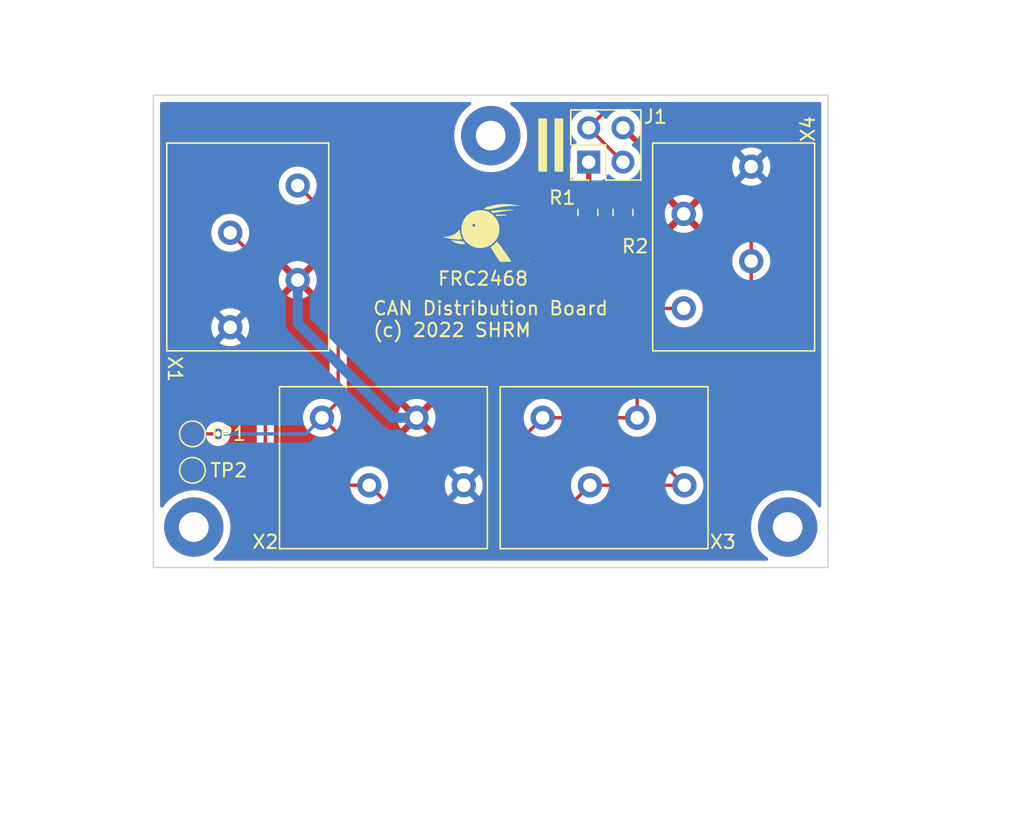
<source format=kicad_pcb>
(kicad_pcb (version 20211014) (generator pcbnew)
  (layers (0 "F.Cu" signal) (31 "B.Cu" signal) (34 "B.Paste" user) (35 "F.Paste" user) (36 "B.SilkS" user "B.Silkscreen") (37 "F.SilkS" user "F.Silkscreen") (38 "B.Mask" user) (39 "F.Mask" user) (44 "Edge.Cuts" user))
  (net 0 "")
  (net 1 "Net-(J1-Pad1)")
  (net 2 "/CAN_L")
  (net 3 "Net-(J1-Pad4)")
  (net 4 "GND")
  (net 5 "/CAN_H")
  (net 6 "+BATT")
  (footprint "Resistor_SMD:R_0805_2012Metric" (layer "F.Cu") (at 126.2 93.8 90)
    (fp_text reference "R1" (at 1.1 -1.9 180) (layer "F.SilkS"))
    (fp_text value "120" hide)
    (fp_line (start -0.227064 0.735) (end 0.227064 0.735) (layer "F.SilkS") (width 0.12))
    (fp_line (start -0.227064 -0.735) (end 0.227064 -0.735) (layer "F.SilkS") (width 0.12))
    (pad "1" smd roundrect (at -0.9125 0 90) (size 1.025 1.4) (layers "F.Cu" "F.Paste" "F.Mask") (roundrect_rratio 0.243902439) (net 5 "/CAN_H"))
    (pad "2" smd roundrect (at 0.9125 0 90) (size 1.025 1.4) (layers "F.Cu" "F.Paste" "F.Mask") (roundrect_rratio 0.243902439) (net 1 "Net-(J1-Pad1)"))
  )
  (footprint "Appreciate:WAGO 250-204" (layer "F.Cu") (at 121.15 118.705)
    (fp_text reference "X3" (at 15.05 -0.505 unlocked) (layer "F.SilkS"))
    (fp_text value "WAGO_250-204" hide)
    (fp_rect (start -1.45 0) (end 13.95 -12) (layer "F.SilkS") (width 0.12) (fill none))
    (pad "1" thru_hole circle (at 1.7 -9.7) (size 1.8 1.8) (drill 1) (layers *.Cu *.Mask) (net 5 "/CAN_H"))
    (pad "2" thru_hole circle (at 5.2 -4.7) (size 1.8 1.8) (drill 1) (layers *.Cu *.Mask) (net 2 "/CAN_L"))
    (pad "3" thru_hole circle (at 8.7 -9.7) (size 1.8 1.8) (drill 1) (layers *.Cu *.Mask) (net 5 "/CAN_H"))
    (pad "4" thru_hole circle (at 12.2 -4.7) (size 1.8 1.8) (drill 1) (layers *.Cu *.Mask) (net 2 "/CAN_L"))
  )
  (footprint "Appreciate:WAGO 250-204" (layer "F.Cu") (at 104.8 118.705)
    (fp_text reference "X2" (at -2.5 -0.505 unlocked) (layer "F.SilkS"))
    (fp_text value "WAGO_250-204" hide)
    (fp_rect (start -1.45 0) (end 13.95 -12) (layer "F.SilkS") (width 0.12) (fill none))
    (pad "1" thru_hole circle (at 1.7 -9.7) (size 1.8 1.8) (drill 1) (layers *.Cu *.Mask) (net 5 "/CAN_H"))
    (pad "2" thru_hole circle (at 5.2 -4.7) (size 1.8 1.8) (drill 1) (layers *.Cu *.Mask) (net 2 "/CAN_L"))
    (pad "3" thru_hole circle (at 8.7 -9.7) (size 1.8 1.8) (drill 1) (layers *.Cu *.Mask) (net 6 "+BATT"))
    (pad "4" thru_hole circle (at 12.2 -4.7) (size 1.8 1.8) (drill 1) (layers *.Cu *.Mask) (net 4 "GND"))
  )
  (footprint "Appreciate:WAGO 250-204" (layer "F.Cu") (at 95 90.1 -90)
    (fp_text reference "X1" (at 15.3 -0.6 -90 unlocked) (layer "F.SilkS"))
    (fp_text value "WAGO_250-204" hide)
    (fp_rect (start -1.45 0) (end 13.95 -12) (layer "F.SilkS") (width 0.12) (fill none))
    (pad "1" thru_hole circle (at 1.7 -9.7 270) (size 1.8 1.8) (drill 1) (layers *.Cu *.Mask) (net 5 "/CAN_H"))
    (pad "2" thru_hole circle (at 5.2 -4.7 270) (size 1.8 1.8) (drill 1) (layers *.Cu *.Mask) (net 2 "/CAN_L"))
    (pad "3" thru_hole circle (at 8.7 -9.7 270) (size 1.8 1.8) (drill 1) (layers *.Cu *.Mask) (net 6 "+BATT"))
    (pad "4" thru_hole circle (at 12.2 -4.7 270) (size 1.8 1.8) (drill 1) (layers *.Cu *.Mask) (net 4 "GND"))
  )
  (footprint "LOGO" (layer "F.Cu") (at 118.6 95.2)
    (fp_text reference "G***" hide)
    (fp_text value "LOGO" hide)
    (fp_poly (pts (xy 1.913529 -1.612956) (xy 2.027994 -1.608028) (xy 2.095237 -1.598176) (xy 2.10874 -1.585518) (xy 2.068515 -1.567943) (xy 1.985846 -1.556428) (xy 1.915173 -1.553808) (xy 1.783659 -1.547239) (xy 1.603859 -1.528767) (xy 1.389396 -1.500244) (xy 1.153894 -1.463519) (xy 0.910978 -1.420444) (xy 0.855456 -1.409827) (xy 0.721232 -1.384099) (xy 0.633459 -1.370926) (xy 0.576174 -1.371583) (xy 0.533419 -1.387349) (xy 0.489233 -1.419501) (xy 0.462668 -1.44126) (xy 0.370405 -1.516694) (xy 0.510234 -1.533172) (xy 0.715192 -1.554849) (xy 0.932945 -1.573567) (xy 1.154917 -1.589047) (xy 1.372535 -1.601006) (xy 1.577225 -1.609165) (xy 1.760414 -1.613242)) (layer "F.SilkS") (width 0) (fill solid))
    (fp_poly (pts (xy -2.457553 0.652201) (xy -2.387091 0.663295) (xy -2.270955 0.675428) (xy -2.126832 0.68694) (xy -2.009205 0.694266) (xy -1.853049 0.703776) (xy -1.746381 0.71433) (xy -1.675307 0.729251) (xy -1.625933 0.75186) (xy -1.584368 0.785478) (xy -1.570379 0.799171) (xy -1.520224 0.86201) (xy -1.502998 0.910599) (xy -1.505305 0.918085) (xy -1.54761 0.936206) (xy -1.634964 0.945402) (xy -1.74955 0.945105) (xy -1.87355 0.93475) (xy -1.902621 0.930722) (xy -2.078791 0.892148) (xy -2.246978 0.834097) (xy -2.385556 0.764848) (xy -2.442371 0.724087) (xy -2.552684 0.629352)) (layer "F.SilkS") (width 0) (fill solid))
    (fp_poly (pts (xy 1.173233 -1.252933) (xy 1.31073 -1.247596) (xy 1.431621 -1.238651) (xy 1.519947 -1.226466) (xy 1.558521 -1.212921) (xy 1.569023 -1.190641) (xy 1.538199 -1.178305) (xy 1.456856 -1.173453) (xy 1.409526 -1.173058) (xy 1.269146 -1.169573) (xy 1.109184 -1.160852) (xy 1.011253 -1.153033) (xy 0.880632 -1.145606) (xy 0.804317 -1.15397) (xy 0.778178 -1.171223) (xy 0.76954 -1.218598) (xy 0.776355 -1.230886) (xy 0.820691 -1.243641) (xy 0.912254 -1.251322) (xy 1.035088 -1.254298)) (layer "F.SilkS") (width 0) (fill solid))
    (fp_poly (pts (xy -0.174329 -1.565625) (xy 0.092865 -1.505977) (xy 0.338788 -1.400343) (xy 0.550834 -1.250438) (xy 0.560158 -1.241962) (xy 0.769832 -1.009562) (xy 0.92166 -0.753375) (xy 1.014415 -0.477375) (xy 1.046871 -0.185536) (xy 1.017802 0.118168) (xy 1.002047 0.190262) (xy 0.908848 0.447122) (xy 0.764851 0.676312) (xy 0.578424 0.872996) (xy 0.357936 1.032337) (xy 0.111758 1.149496) (xy -0.151741 1.219637) (xy -0.424193 1.237923) (xy -0.697227 1.199516) (xy -0.729338 1.19095) (xy -1.024576 1.07954) (xy -1.273816 0.925399) (xy -1.475151 0.73102) (xy -1.626672 0.498897) (xy -1.726471 0.231521) (xy -1.772638 -0.068613) (xy -1.77578 -0.176069) (xy -1.745777 -0.469817) (xy -1.742358 -0.480644) (xy -0.972056 -0.480644) (xy -0.965159 -0.416207) (xy -0.953516 -0.399037) (xy -0.893254 -0.356969) (xy -0.856179 -0.348814) (xy -0.790577 -0.371688) (xy -0.758842 -0.399037) (xy -0.737006 -0.463426) (xy -0.765568 -0.521108) (xy -0.832697 -0.553139) (xy -0.856179 -0.554931) (xy -0.931786 -0.533202) (xy -0.972056 -0.480644) (xy -1.742358 -0.480644) (xy -1.658908 -0.744942) (xy -1.519881 -0.993923) (xy -1.333405 -1.209237) (xy -1.104187 -1.383361) (xy -0.977475 -1.451471) (xy -0.722106 -1.54009) (xy -0.450188 -1.577569)) (layer "F.SilkS") (width 0) (fill solid))
    (fp_poly (pts (xy 1.627634 -2.02484) (xy 1.949354 -2.004754) (xy 2.228638 -1.968782) (xy 2.36816 -1.944348) (xy 2.482738 -1.922503) (xy 2.559029 -1.905904) (xy 2.583677 -1.898054) (xy 2.561392 -1.893352) (xy 2.490418 -1.893076) (xy 2.385332 -1.897221) (xy 2.368648 -1.898158) (xy 2.126491 -1.901289) (xy 1.840713 -1.886985) (xy 1.528084 -1.857171) (xy 1.205376 -1.813773) (xy 0.889361 -1.758717) (xy 0.602497 -1.695351) (xy 0.488544 -1.667613) (xy 0.386995 -1.644032) (xy 0.343833 -1.634676) (xy 0.264235 -1.615959) (xy 0.216991 -1.601841) (xy 0.155679 -1.603951) (xy 0.126842 -1.617076) (xy 0.059482 -1.640975) (xy -0.006056 -1.648453) (xy -0.085112 -1.656603) (xy -0.108825 -1.678049) (xy -0.083236 -1.710144) (xy -0.014384 -1.750238) (xy 0.09169 -1.795684) (xy 0.228945 -1.843833) (xy 0.391341 -1.892037) (xy 0.572838 -1.937646) (xy 0.729003 -1.970734) (xy 0.996295 -2.007858) (xy 1.302893 -2.025884)) (layer "F.SilkS") (width 0) (fill solid))
    (fp_poly (pts (xy 0.88727 0.753121) (xy 0.908075 0.804896) (xy 0.943384 0.850559) (xy 1.029779 0.944312) (xy 1.114021 1.044918) (xy 1.204288 1.163249) (xy 1.30876 1.310174) (xy 1.435617 1.496563) (xy 1.484506 1.569663) (xy 1.58425 1.717382) (xy 1.673212 1.845563) (xy 1.744981 1.945253) (xy 1.793145 2.007493) (xy 1.809833 2.024178) (xy 1.83729 2.060575) (xy 1.839201 2.075789) (xy 1.861461 2.12897) (xy 1.886767 2.156305) (xy 1.92663 2.20208) (xy 1.934333 2.223608) (xy 1.90457 2.233803) (xy 1.823057 2.242178) (xy 1.701453 2.247988) (xy 1.551418 2.250484) (xy 1.51417 2.250512) (xy 1.094008 2.249587) (xy 0.951311 2.054533) (xy 0.880561 1.956296) (xy 0.824738 1.875959) (xy 0.794465 1.828861) (xy 0.792759 1.825557) (xy 0.767178 1.780665) (xy 0.719805 1.704357) (xy 0.689701 1.657497) (xy 0.639685 1.577327) (xy 0.608141 1.520543) (xy 0.602497 1.505589) (xy 0.585915 1.471465) (xy 0.546065 1.408532) (xy 0.497788 1.338676) (xy 0.455929 1.283778) (xy 0.441632 1.268415) (xy 0.416051 1.227929) (xy 0.403751 1.19905) (xy 0.407925 1.154888) (xy 0.458598 1.105243) (xy 0.522017 1.06468) (xy 0.6266 0.989783) (xy 0.732759 0.89313) (xy 0.773323 0.848651) (xy 0.834204 0.782378) (xy 0.875588 0.749448)) (layer "F.SilkS") (width 0) (fill solid))
    (fp_poly (pts (xy -1.906157 -0.098666) (xy -1.885249 -0.028186) (xy -1.87277 0.063709) (xy -1.871344 0.101983) (xy -1.858463 0.192614) (xy -1.828031 0.290934) (xy -1.827487 0.292245) (xy -1.785926 0.399236) (xy -1.750966 0.499438) (xy -1.717868 0.602497) (xy -2.008434 0.598086) (xy -2.176494 0.591105) (xy -2.356311 0.576657) (xy -2.513431 0.557623) (xy -2.536829 0.553901) (xy -2.729325 0.518702) (xy -2.890939 0.483219) (xy -3.013264 0.449697) (xy -3.087896 0.420384) (xy -3.107615 0.401338) (xy -3.084404 0.386211) (xy -3.062099 0.391205) (xy -2.979933 0.40082) (xy -2.859948 0.387959) (xy -2.716752 0.357283) (xy -2.564952 0.31345) (xy -2.419157 0.26112) (xy -2.293974 0.204953) (xy -2.204013 0.149606) (xy -2.165572 0.105254) (xy -2.129058 0.066853) (xy -2.113274 0.06333) (xy -2.073096 0.039155) (xy -2.021648 -0.02008) (xy -2.013608 -0.03171) (xy -1.966747 -0.09437) (xy -1.933387 -0.125873) (xy -1.930102 -0.12675)) (layer "F.SilkS") (width 0) (fill solid))
    (fp_poly (pts (xy 3.234457 2.220721) (xy 3.208758 2.247976) (xy 3.186892 2.251436) (xy 3.144584 2.244651) (xy 3.139326 2.238973) (xy 3.164122 2.218526) (xy 3.186892 2.208258) (xy 3.227724 2.207599)) (layer "F.SilkS") (width 0) (fill solid))
  )
  (footprint "Appreciate:WAGO 250-204" (layer "F.Cu") (at 143 102.6 90)
    (fp_text reference "X4" (at 15 -0.5 90 unlocked) (layer "F.SilkS"))
    (fp_text value "WAGO_250-204" hide)
    (fp_rect (start -1.45 0) (end 13.95 -12) (layer "F.SilkS") (width 0.12) (fill none))
    (pad "1" thru_hole circle (at 1.7 -9.7 90) (size 1.8 1.8) (drill 1) (layers *.Cu *.Mask) (net 5 "/CAN_H"))
    (pad "2" thru_hole circle (at 5.2 -4.7 90) (size 1.8 1.8) (drill 1) (layers *.Cu *.Mask) (net 2 "/CAN_L"))
    (pad "3" thru_hole circle (at 8.7 -9.7 90) (size 1.8 1.8) (drill 1) (layers *.Cu *.Mask) (net 6 "+BATT"))
    (pad "4" thru_hole circle (at 12.2 -4.7 90) (size 1.8 1.8) (drill 1) (layers *.Cu *.Mask) (net 4 "GND"))
  )
  (footprint "TestPoint:TestPoint_Pad_D1.5mm" (layer "F.Cu") (at 96.9 110.2 -90)
    (fp_text reference "TP1" (at 0 -2.6 180) (layer "F.SilkS"))
    (fp_text value "H")
    (fp_circle (center 0 0) (end 0 0.95) (layer "F.SilkS") (width 0.12) (fill none))
    (pad "1" smd circle (at 0 0 270) (size 1.5 1.5) (layers "F.Cu" "F.Mask") (net 5 "/CAN_H"))
  )
  (footprint "MountingHole:MountingHole_2.2mm_M2_Pad" (layer "F.Cu") (at 141 117.1)
    (fp_text reference "H2" hide)
    (fp_text value "MountingHole_Pad" hide)
    (pad "1" thru_hole circle (at 0 0) (size 4.4 4.4) (drill 2.2) (layers *.Cu *.Mask))
  )
  (footprint "Connector_PinHeader_2.54mm:PinHeader_2x02_P2.54mm_Vertical" (layer "F.Cu") (at 126.26 90.0625 90)
    (fp_text reference "J1" (at 3.3625 4.94) (layer "F.SilkS"))
    (fp_text value "Conn_02x02_Counter_Clockwise" hide)
    (fp_line (start -1.33 3.87) (end 3.87 3.87) (layer "F.SilkS") (width 0.12))
    (fp_line (start -1.33 -1.33) (end 0 -1.33) (layer "F.SilkS") (width 0.12))
    (fp_line (start -1.33 1.27) (end 1.27 1.27) (layer "F.SilkS") (width 0.12))
    (fp_line (start 1.27 -1.33) (end 3.87 -1.33) (layer "F.SilkS") (width 0.12))
    (fp_line (start -1.33 1.27) (end -1.33 3.87) (layer "F.SilkS") (width 0.12))
    (fp_line (start 1.27 1.27) (end 1.27 -1.33) (layer "F.SilkS") (width 0.12))
    (fp_line (start -1.33 0) (end -1.33 -1.33) (layer "F.SilkS") (width 0.12))
    (fp_line (start 3.87 -1.33) (end 3.87 3.87) (layer "F.SilkS") (width 0.12))
    (pad "1" thru_hole rect (at 0 0 90) (size 1.7 1.7) (drill 1) (layers *.Cu *.Mask) (net 1 "Net-(J1-Pad1)"))
    (pad "2" thru_hole oval (at 2.54 0 90) (size 1.7 1.7) (drill 1) (layers *.Cu *.Mask) (net 2 "/CAN_L"))
    (pad "3" thru_hole oval (at 0 2.54 90) (size 1.7 1.7) (drill 1) (layers *.Cu *.Mask) (net 2 "/CAN_L"))
    (pad "4" thru_hole oval (at 2.54 2.54 90) (size 1.7 1.7) (drill 1) (layers *.Cu *.Mask) (net 3 "Net-(J1-Pad4)"))
  )
  (footprint "MountingHole:MountingHole_2.2mm_M2_Pad" (layer "F.Cu") (at 119 88.1)
    (fp_text reference "H1" hide)
    (fp_text value "MountingHole_Pad" hide)
    (pad "1" thru_hole circle (at 0 0) (size 4.4 4.4) (drill 2.2) (layers *.Cu *.Mask))
  )
  (footprint "Resistor_SMD:R_0805_2012Metric" (layer "F.Cu") (at 128.8 93.8 90)
    (fp_text reference "R2" (at -2.5 0.9 180) (layer "F.SilkS"))
    (fp_text value "120" hide)
    (fp_line (start -0.227064 0.735) (end 0.227064 0.735) (layer "F.SilkS") (width 0.12))
    (fp_line (start -0.227064 -0.735) (end 0.227064 -0.735) (layer "F.SilkS") (width 0.12))
    (pad "1" smd roundrect (at -0.9125 0 90) (size 1.025 1.4) (layers "F.Cu" "F.Paste" "F.Mask") (roundrect_rratio 0.243902439) (net 5 "/CAN_H"))
    (pad "2" smd roundrect (at 0.9125 0 90) (size 1.025 1.4) (layers "F.Cu" "F.Paste" "F.Mask") (roundrect_rratio 0.243902439) (net 3 "Net-(J1-Pad4)"))
  )
  (footprint "MountingHole:MountingHole_2.2mm_M2_Pad" (layer "F.Cu") (at 97 117.1)
    (fp_text reference "H3" hide)
    (fp_text value "MountingHole_Pad" hide)
    (pad "1" thru_hole circle (at 0 0) (size 4.4 4.4) (drill 2.2) (layers *.Cu *.Mask))
  )
  (footprint "TestPoint:TestPoint_Pad_D1.5mm" (layer "F.Cu") (at 96.9 112.9 90)
    (fp_text reference "TP2" (at 0 2.7 180) (layer "F.SilkS"))
    (fp_text value "L")
    (fp_circle (center 0 0) (end 0 0.95) (layer "F.SilkS") (width 0.12) (fill none))
    (pad "1" smd circle (at 0 0 90) (size 1.5 1.5) (layers "F.Cu" "F.Mask") (net 2 "/CAN_L"))
  )
  (gr_rect (start 124.3 86.9) (end 123.8 90.7) (layer "F.SilkS") (width 0.15) (fill solid))
  (gr_rect (start 123.1 86.9) (end 122.6 90.7) (layer "F.SilkS") (width 0.15) (fill solid))
  (gr_rect (start 94 85.1) (end 144 120.1) (layer "Edge.Cuts") (width 0.1) (fill none))
  (gr_text "CAN Distribution Board\n(c) 2022 SHRM" (at 110.2 101.7) (layer "F.SilkS") (effects (font (size 1 1)) (justify left)))
  (gr_text "FRC2468" (at 115 98.7) (layer "F.SilkS") (effects (font (size 1 1)) (justify left)))
  (segment (start 126.26 92.8275) (end 126.26 90.0625) (width 0.4) (layer "F.Cu") (net 1))
  (segment (start 126.2 92.8875) (end 126.26 92.8275) (width 0.25) (layer "F.Cu") (net 1))
  (segment (start 135.6 92.2) (end 138.3 94.9) (width 0.25) (layer "F.Cu") (net 2))
  (segment (start 127.7825 86) (end 132.6 86) (width 0.25) (layer "F.Cu") (net 2))
  (segment (start 138.3 94.9) (end 138.3 97.4) (width 0.25) (layer "F.Cu") (net 2))
  (segment (start 126.35 114.005) (end 133.35 114.005) (width 0.25) (layer "F.Cu") (net 2))
  (segment (start 102.3 97.9) (end 102.3 112.1) (width 0.25) (layer "F.Cu") (net 2))
  (segment (start 135.6 89) (end 135.6 92.2) (width 0.25) (layer "F.Cu") (net 2))
  (segment (start 102.3 112.2) (end 104.105 114.005) (width 0.25) (layer "F.Cu") (net 2))
  (segment (start 132.4 104.1) (end 132.4 113.055) (width 0.25) (layer "F.Cu") (net 2))
  (segment (start 101.5 112.9) (end 102.3 112.1) (width 0.25) (layer "F.Cu") (net 2))
  (segment (start 138.3 101.7) (end 136.7 103.3) (width 0.25) (layer "F.Cu") (net 2))
  (segment (start 136.7 103.3) (end 133.4 103.3) (width 0.25) (layer "F.Cu") (net 2))
  (segment (start 123.955 116.4) (end 126.35 114.005) (width 0.25) (layer "F.Cu") (net 2))
  (segment (start 133.3 103.2) (end 132.4 104.1) (width 0.25) (layer "F.Cu") (net 2))
  (segment (start 104.105 114.005) (end 110 114.005) (width 0.25) (layer "F.Cu") (net 2))
  (segment (start 99.7 95.3) (end 102.3 97.9) (width 0.25) (layer "F.Cu") (net 2))
  (segment (start 110 114.005) (end 112.395 116.4) (width 0.25) (layer "F.Cu") (net 2))
  (segment (start 102.3 112.1) (end 102.3 112.2) (width 0.25) (layer "F.Cu") (net 2))
  (segment (start 126.26 87.5225) (end 128.8 90.0625) (width 0.25) (layer "F.Cu") (net 2))
  (segment (start 133.4 103.3) (end 133.3 103.2) (width 0.25) (layer "F.Cu") (net 2))
  (segment (start 96.9 112.9) (end 101.5 112.9) (width 0.25) (layer "F.Cu") (net 2))
  (segment (start 132.6 86) (end 135.6 89) (width 0.25) (layer "F.Cu") (net 2))
  (segment (start 112.395 116.4) (end 123.955 116.4) (width 0.25) (layer "F.Cu") (net 2))
  (segment (start 126.26 87.5225) (end 127.7825 86) (width 0.25) (layer "F.Cu") (net 2))
  (segment (start 138.3 97.4) (end 138.3 101.7) (width 0.25) (layer "F.Cu") (net 2))
  (segment (start 132.4 113.055) (end 133.35 114.005) (width 0.25) (layer "F.Cu") (net 2))
  (segment (start 130.7 89.4225) (end 128.8 87.5225) (width 0.4) (layer "F.Cu") (net 3))
  (segment (start 128.8 92.8875) (end 130.7 90.9875) (width 0.4) (layer "F.Cu") (net 3))
  (segment (start 130.7 90.9875) (end 130.7 89.4225) (width 0.4) (layer "F.Cu") (net 3))
  (segment (start 130.8 100.9) (end 130.7 100.9) (width 0.25) (layer "F.Cu") (net 5))
  (segment (start 129.85 101.85) (end 129.85 109.005) (width 0.25) (layer "F.Cu") (net 5))
  (segment (start 133.3 100.9) (end 130.8 100.9) (width 0.25) (layer "F.Cu") (net 5))
  (segment (start 122.85 109.005) (end 129.85 109.005) (width 0.25) (layer "F.Cu") (net 5))
  (segment (start 130.7 100.9) (end 129.8 101.8) (width 0.25) (layer "F.Cu") (net 5))
  (segment (start 106.5 109.005) (end 107.7 107.805) (width 0.25) (layer "F.Cu") (net 5))
  (segment (start 108.995 111.5) (end 120.355 111.5) (width 0.25) (layer "F.Cu") (net 5))
  (segment (start 107.7 107.805) (end 107.7 94.8) (width 0.25) (layer "F.Cu") (net 5))
  (segment (start 128.8 94.7125) (end 128.8 96.5) (width 0.25) (layer "F.Cu") (net 5))
  (segment (start 126.2 94.7125) (end 128.8 94.7125) (width 0.25) (layer "F.Cu") (net 5))
  (segment (start 96.9 110.2) (end 98.8 110.2) (width 0.25) (layer "F.Cu") (net 5))
  (segment (start 130.8 98.5) (end 130.8 100.9) (width 0.25) (layer "F.Cu") (net 5))
  (segment (start 128.8 96.5) (end 130.8 98.5) (width 0.25) (layer "F.Cu") (net 5))
  (segment (start 120.355 111.5) (end 122.85 109.005) (width 0.25) (layer "F.Cu") (net 5))
  (segment (start 107.7 94.8) (end 104.7 91.8) (width 0.25) (layer "F.Cu") (net 5))
  (segment (start 106.5 109.005) (end 108.995 111.5) (width 0.25) (layer "F.Cu") (net 5))
  (segment (start 129.8 101.8) (end 129.85 101.85) (width 0.25) (layer "F.Cu") (net 5))
  (via (at 98.8 110.2) (size 0.8) (drill 0.4) (layers "F.Cu" "B.Cu") (net 5))
  (segment (start 105.305 110.2) (end 106.5 109.005) (width 0.25) (layer "B.Cu") (net 5))
  (segment (start 98.8 110.2) (end 105.305 110.2) (width 0.25) (layer "B.Cu") (net 5))
  (segment (start 104.7 102) (end 111.705 109.005) (width 0.75) (layer "B.Cu") (net 6))
  (segment (start 104.7 98.8) (end 104.7 102) (width 0.75) (layer "B.Cu") (net 6))
  (segment (start 111.705 109.005) (end 113.5 109.005) (width 0.75) (layer "B.Cu") (net 6))
  (zone (net 6) (net_name "+BATT") (layer "F.Cu") (connect_pads (clearance 0.508)) (min_thickness 0.254) (fill yes (thermal_gap 0.508) (thermal_bridge_width 0.508))
    (polygon (pts (xy 143.6 119.7) (xy 94.4 119.7) (xy 94.4 85.5) (xy 143.6 85.5)))
  )
  (zone (net 4) (net_name "GND") (layer "B.Cu") (connect_pads (clearance 0.508)) (min_thickness 0.254) (fill yes (thermal_gap 0.508) (thermal_bridge_width 0.508))
    (polygon (pts (xy 143.6 119.7) (xy 94.4 119.7) (xy 94.4 85.5) (xy 143.6 85.5)))
  )
)
</source>
